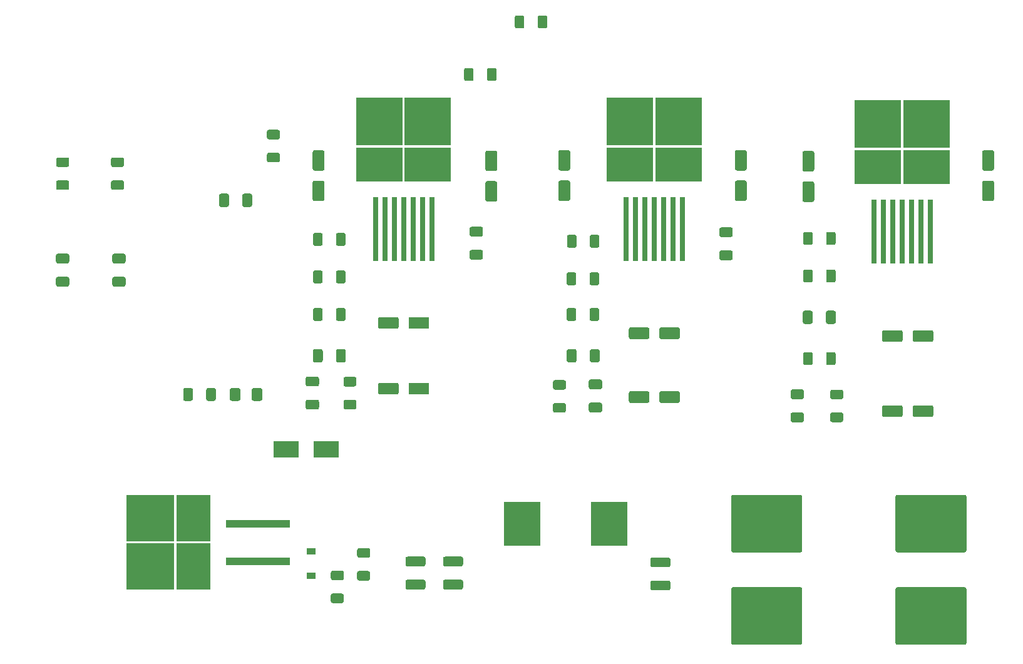
<source format=gtp>
%TF.GenerationSoftware,KiCad,Pcbnew,5.1.10*%
%TF.CreationDate,2021-11-08T18:51:25+01:00*%
%TF.ProjectId,PCB_BLDC,5043425f-424c-4444-932e-6b696361645f,V1*%
%TF.SameCoordinates,Original*%
%TF.FileFunction,Paste,Top*%
%TF.FilePolarity,Positive*%
%FSLAX46Y46*%
G04 Gerber Fmt 4.6, Leading zero omitted, Abs format (unit mm)*
G04 Created by KiCad (PCBNEW 5.1.10) date 2021-11-08 18:51:25*
%MOMM*%
%LPD*%
G01*
G04 APERTURE LIST*
%ADD10R,0.800000X8.600000*%
%ADD11R,6.250000X6.550000*%
%ADD12R,6.250000X4.550000*%
%ADD13R,4.550000X6.250000*%
%ADD14R,6.550000X6.250000*%
%ADD15R,8.600000X1.100000*%
%ADD16R,3.500000X2.300000*%
%ADD17R,1.200000X0.900000*%
%ADD18R,4.900000X6.000000*%
G04 APERTURE END LIST*
%TO.C,R20*%
G36*
G01*
X105320000Y-79365000D02*
X105320000Y-78115000D01*
G75*
G02*
X105570000Y-77865000I250000J0D01*
G01*
X106370000Y-77865000D01*
G75*
G02*
X106620000Y-78115000I0J-250000D01*
G01*
X106620000Y-79365000D01*
G75*
G02*
X106370000Y-79615000I-250000J0D01*
G01*
X105570000Y-79615000D01*
G75*
G02*
X105320000Y-79365000I0J250000D01*
G01*
G37*
G36*
G01*
X102220000Y-79365000D02*
X102220000Y-78115000D01*
G75*
G02*
X102470000Y-77865000I250000J0D01*
G01*
X103270000Y-77865000D01*
G75*
G02*
X103520000Y-78115000I0J-250000D01*
G01*
X103520000Y-79365000D01*
G75*
G02*
X103270000Y-79615000I-250000J0D01*
G01*
X102470000Y-79615000D01*
G75*
G02*
X102220000Y-79365000I0J250000D01*
G01*
G37*
%TD*%
%TO.C,R19*%
G36*
G01*
X95362000Y-86477000D02*
X95362000Y-85227000D01*
G75*
G02*
X95612000Y-84977000I250000J0D01*
G01*
X96412000Y-84977000D01*
G75*
G02*
X96662000Y-85227000I0J-250000D01*
G01*
X96662000Y-86477000D01*
G75*
G02*
X96412000Y-86727000I-250000J0D01*
G01*
X95612000Y-86727000D01*
G75*
G02*
X95362000Y-86477000I0J250000D01*
G01*
G37*
G36*
G01*
X98462000Y-86477000D02*
X98462000Y-85227000D01*
G75*
G02*
X98712000Y-84977000I250000J0D01*
G01*
X99512000Y-84977000D01*
G75*
G02*
X99762000Y-85227000I0J-250000D01*
G01*
X99762000Y-86477000D01*
G75*
G02*
X99512000Y-86727000I-250000J0D01*
G01*
X98712000Y-86727000D01*
G75*
G02*
X98462000Y-86477000I0J250000D01*
G01*
G37*
%TD*%
%TO.C,R18*%
G36*
G01*
X68971000Y-96430000D02*
X70221000Y-96430000D01*
G75*
G02*
X70471000Y-96680000I0J-250000D01*
G01*
X70471000Y-97480000D01*
G75*
G02*
X70221000Y-97730000I-250000J0D01*
G01*
X68971000Y-97730000D01*
G75*
G02*
X68721000Y-97480000I0J250000D01*
G01*
X68721000Y-96680000D01*
G75*
G02*
X68971000Y-96430000I250000J0D01*
G01*
G37*
G36*
G01*
X68971000Y-93330000D02*
X70221000Y-93330000D01*
G75*
G02*
X70471000Y-93580000I0J-250000D01*
G01*
X70471000Y-94380000D01*
G75*
G02*
X70221000Y-94630000I-250000J0D01*
G01*
X68971000Y-94630000D01*
G75*
G02*
X68721000Y-94380000I0J250000D01*
G01*
X68721000Y-93580000D01*
G75*
G02*
X68971000Y-93330000I250000J0D01*
G01*
G37*
%TD*%
%TO.C,C28*%
G36*
G01*
X130159999Y-109650500D02*
X131460001Y-109650500D01*
G75*
G02*
X131710000Y-109900499I0J-249999D01*
G01*
X131710000Y-110725501D01*
G75*
G02*
X131460001Y-110975500I-249999J0D01*
G01*
X130159999Y-110975500D01*
G75*
G02*
X129910000Y-110725501I0J249999D01*
G01*
X129910000Y-109900499D01*
G75*
G02*
X130159999Y-109650500I249999J0D01*
G01*
G37*
G36*
G01*
X130159999Y-106525500D02*
X131460001Y-106525500D01*
G75*
G02*
X131710000Y-106775499I0J-249999D01*
G01*
X131710000Y-107600501D01*
G75*
G02*
X131460001Y-107850500I-249999J0D01*
G01*
X130159999Y-107850500D01*
G75*
G02*
X129910000Y-107600501I0J249999D01*
G01*
X129910000Y-106775499D01*
G75*
G02*
X130159999Y-106525500I249999J0D01*
G01*
G37*
%TD*%
%TO.C,C27*%
G36*
G01*
X96377999Y-109573500D02*
X97678001Y-109573500D01*
G75*
G02*
X97928000Y-109823499I0J-249999D01*
G01*
X97928000Y-110648501D01*
G75*
G02*
X97678001Y-110898500I-249999J0D01*
G01*
X96377999Y-110898500D01*
G75*
G02*
X96128000Y-110648501I0J249999D01*
G01*
X96128000Y-109823499D01*
G75*
G02*
X96377999Y-109573500I249999J0D01*
G01*
G37*
G36*
G01*
X96377999Y-106448500D02*
X97678001Y-106448500D01*
G75*
G02*
X97928000Y-106698499I0J-249999D01*
G01*
X97928000Y-107523501D01*
G75*
G02*
X97678001Y-107773500I-249999J0D01*
G01*
X96377999Y-107773500D01*
G75*
G02*
X96128000Y-107523501I0J249999D01*
G01*
X96128000Y-106698499D01*
G75*
G02*
X96377999Y-106448500I249999J0D01*
G01*
G37*
%TD*%
%TO.C,C26*%
G36*
G01*
X63577500Y-102219999D02*
X63577500Y-103520001D01*
G75*
G02*
X63327501Y-103770000I-249999J0D01*
G01*
X62502499Y-103770000D01*
G75*
G02*
X62252500Y-103520001I0J249999D01*
G01*
X62252500Y-102219999D01*
G75*
G02*
X62502499Y-101970000I249999J0D01*
G01*
X63327501Y-101970000D01*
G75*
G02*
X63577500Y-102219999I0J-249999D01*
G01*
G37*
G36*
G01*
X66702500Y-102219999D02*
X66702500Y-103520001D01*
G75*
G02*
X66452501Y-103770000I-249999J0D01*
G01*
X65627499Y-103770000D01*
G75*
G02*
X65377500Y-103520001I0J249999D01*
G01*
X65377500Y-102219999D01*
G75*
G02*
X65627499Y-101970000I249999J0D01*
G01*
X66452501Y-101970000D01*
G75*
G02*
X66702500Y-102219999I0J-249999D01*
G01*
G37*
%TD*%
%TO.C,C4*%
G36*
G01*
X92778399Y-154201300D02*
X94978401Y-154201300D01*
G75*
G02*
X95228400Y-154451299I0J-249999D01*
G01*
X95228400Y-155276301D01*
G75*
G02*
X94978401Y-155526300I-249999J0D01*
G01*
X92778399Y-155526300D01*
G75*
G02*
X92528400Y-155276301I0J249999D01*
G01*
X92528400Y-154451299D01*
G75*
G02*
X92778399Y-154201300I249999J0D01*
G01*
G37*
G36*
G01*
X92778399Y-151076300D02*
X94978401Y-151076300D01*
G75*
G02*
X95228400Y-151326299I0J-249999D01*
G01*
X95228400Y-152151301D01*
G75*
G02*
X94978401Y-152401300I-249999J0D01*
G01*
X92778399Y-152401300D01*
G75*
G02*
X92528400Y-152151301I0J249999D01*
G01*
X92528400Y-151326299D01*
G75*
G02*
X92778399Y-151076300I249999J0D01*
G01*
G37*
%TD*%
%TO.C,C2*%
G36*
G01*
X120819999Y-154316000D02*
X123020001Y-154316000D01*
G75*
G02*
X123270000Y-154565999I0J-249999D01*
G01*
X123270000Y-155391001D01*
G75*
G02*
X123020001Y-155641000I-249999J0D01*
G01*
X120819999Y-155641000D01*
G75*
G02*
X120570000Y-155391001I0J249999D01*
G01*
X120570000Y-154565999D01*
G75*
G02*
X120819999Y-154316000I249999J0D01*
G01*
G37*
G36*
G01*
X120819999Y-151191000D02*
X123020001Y-151191000D01*
G75*
G02*
X123270000Y-151440999I0J-249999D01*
G01*
X123270000Y-152266001D01*
G75*
G02*
X123020001Y-152516000I-249999J0D01*
G01*
X120819999Y-152516000D01*
G75*
G02*
X120570000Y-152266001I0J249999D01*
G01*
X120570000Y-151440999D01*
G75*
G02*
X120819999Y-151191000I249999J0D01*
G01*
G37*
%TD*%
%TO.C,C1*%
G36*
G01*
X87698399Y-154201300D02*
X89898401Y-154201300D01*
G75*
G02*
X90148400Y-154451299I0J-249999D01*
G01*
X90148400Y-155276301D01*
G75*
G02*
X89898401Y-155526300I-249999J0D01*
G01*
X87698399Y-155526300D01*
G75*
G02*
X87448400Y-155276301I0J249999D01*
G01*
X87448400Y-154451299D01*
G75*
G02*
X87698399Y-154201300I249999J0D01*
G01*
G37*
G36*
G01*
X87698399Y-151076300D02*
X89898401Y-151076300D01*
G75*
G02*
X90148400Y-151326299I0J-249999D01*
G01*
X90148400Y-152151301D01*
G75*
G02*
X89898401Y-152401300I-249999J0D01*
G01*
X87698399Y-152401300D01*
G75*
G02*
X87448400Y-152151301I0J249999D01*
G01*
X87448400Y-151326299D01*
G75*
G02*
X87698399Y-151076300I249999J0D01*
G01*
G37*
%TD*%
D10*
%TO.C,U4*%
X150825200Y-107099200D03*
X152095200Y-107099200D03*
X153365200Y-107099200D03*
X154635200Y-107099200D03*
X155905200Y-107099200D03*
X157175200Y-107099200D03*
X158445200Y-107099200D03*
D11*
X157910200Y-92524200D03*
D12*
X151360200Y-98374200D03*
D11*
X151360200Y-92524200D03*
D12*
X157910200Y-98374200D03*
%TD*%
%TO.C,C21*%
G36*
G01*
X120432200Y-120303200D02*
X120432200Y-121403200D01*
G75*
G02*
X120182200Y-121653200I-250000J0D01*
G01*
X117907200Y-121653200D01*
G75*
G02*
X117657200Y-121403200I0J250000D01*
G01*
X117657200Y-120303200D01*
G75*
G02*
X117907200Y-120053200I250000J0D01*
G01*
X120182200Y-120053200D01*
G75*
G02*
X120432200Y-120303200I0J-250000D01*
G01*
G37*
G36*
G01*
X124557200Y-120303200D02*
X124557200Y-121403200D01*
G75*
G02*
X124307200Y-121653200I-250000J0D01*
G01*
X122032200Y-121653200D01*
G75*
G02*
X121782200Y-121403200I0J250000D01*
G01*
X121782200Y-120303200D01*
G75*
G02*
X122032200Y-120053200I250000J0D01*
G01*
X124307200Y-120053200D01*
G75*
G02*
X124557200Y-120303200I0J-250000D01*
G01*
G37*
%TD*%
%TO.C,C16*%
G36*
G01*
X133341200Y-98842200D02*
X132241200Y-98842200D01*
G75*
G02*
X131991200Y-98592200I0J250000D01*
G01*
X131991200Y-96317200D01*
G75*
G02*
X132241200Y-96067200I250000J0D01*
G01*
X133341200Y-96067200D01*
G75*
G02*
X133591200Y-96317200I0J-250000D01*
G01*
X133591200Y-98592200D01*
G75*
G02*
X133341200Y-98842200I-250000J0D01*
G01*
G37*
G36*
G01*
X133341200Y-102967200D02*
X132241200Y-102967200D01*
G75*
G02*
X131991200Y-102717200I0J250000D01*
G01*
X131991200Y-100442200D01*
G75*
G02*
X132241200Y-100192200I250000J0D01*
G01*
X133341200Y-100192200D01*
G75*
G02*
X133591200Y-100442200I0J-250000D01*
G01*
X133591200Y-102717200D01*
G75*
G02*
X133341200Y-102967200I-250000J0D01*
G01*
G37*
%TD*%
%TO.C,C17*%
G36*
G01*
X109465200Y-98842200D02*
X108365200Y-98842200D01*
G75*
G02*
X108115200Y-98592200I0J250000D01*
G01*
X108115200Y-96317200D01*
G75*
G02*
X108365200Y-96067200I250000J0D01*
G01*
X109465200Y-96067200D01*
G75*
G02*
X109715200Y-96317200I0J-250000D01*
G01*
X109715200Y-98592200D01*
G75*
G02*
X109465200Y-98842200I-250000J0D01*
G01*
G37*
G36*
G01*
X109465200Y-102967200D02*
X108365200Y-102967200D01*
G75*
G02*
X108115200Y-102717200I0J250000D01*
G01*
X108115200Y-100442200D01*
G75*
G02*
X108365200Y-100192200I250000J0D01*
G01*
X109465200Y-100192200D01*
G75*
G02*
X109715200Y-100442200I0J-250000D01*
G01*
X109715200Y-102717200D01*
G75*
G02*
X109465200Y-102967200I-250000J0D01*
G01*
G37*
%TD*%
D10*
%TO.C,U2*%
X83388200Y-106730200D03*
X84658200Y-106730200D03*
X85928200Y-106730200D03*
X87198200Y-106730200D03*
X88468200Y-106730200D03*
X89738200Y-106730200D03*
X91008200Y-106730200D03*
D11*
X90473200Y-92155200D03*
D12*
X83923200Y-98005200D03*
D11*
X83923200Y-92155200D03*
D12*
X90473200Y-98005200D03*
%TD*%
D10*
%TO.C,U3*%
X117297200Y-106784200D03*
X118567200Y-106784200D03*
X119837200Y-106784200D03*
X121107200Y-106784200D03*
X122377200Y-106784200D03*
X123647200Y-106784200D03*
X124917200Y-106784200D03*
D11*
X124382200Y-92209200D03*
D12*
X117832200Y-98059200D03*
D11*
X117832200Y-92209200D03*
D12*
X124382200Y-98059200D03*
%TD*%
D13*
%TO.C,Q1*%
X58765400Y-145873800D03*
D14*
X52915400Y-152423800D03*
D13*
X58765400Y-152423800D03*
D14*
X52915400Y-145873800D03*
D15*
X67490400Y-146608800D03*
X67490400Y-151688800D03*
%TD*%
%TO.C,R17*%
G36*
G01*
X47888999Y-100163800D02*
X49139001Y-100163800D01*
G75*
G02*
X49389000Y-100413799I0J-249999D01*
G01*
X49389000Y-101213801D01*
G75*
G02*
X49139001Y-101463800I-249999J0D01*
G01*
X47888999Y-101463800D01*
G75*
G02*
X47639000Y-101213801I0J249999D01*
G01*
X47639000Y-100413799D01*
G75*
G02*
X47888999Y-100163800I249999J0D01*
G01*
G37*
G36*
G01*
X47888999Y-97063800D02*
X49139001Y-97063800D01*
G75*
G02*
X49389000Y-97313799I0J-249999D01*
G01*
X49389000Y-98113801D01*
G75*
G02*
X49139001Y-98363800I-249999J0D01*
G01*
X47888999Y-98363800D01*
G75*
G02*
X47639000Y-98113801I0J249999D01*
G01*
X47639000Y-97313799D01*
G75*
G02*
X47888999Y-97063800I249999J0D01*
G01*
G37*
%TD*%
%TO.C,R16*%
G36*
G01*
X40459499Y-100163800D02*
X41709501Y-100163800D01*
G75*
G02*
X41959500Y-100413799I0J-249999D01*
G01*
X41959500Y-101213801D01*
G75*
G02*
X41709501Y-101463800I-249999J0D01*
G01*
X40459499Y-101463800D01*
G75*
G02*
X40209500Y-101213801I0J249999D01*
G01*
X40209500Y-100413799D01*
G75*
G02*
X40459499Y-100163800I249999J0D01*
G01*
G37*
G36*
G01*
X40459499Y-97063800D02*
X41709501Y-97063800D01*
G75*
G02*
X41959500Y-97313799I0J-249999D01*
G01*
X41959500Y-98113801D01*
G75*
G02*
X41709501Y-98363800I-249999J0D01*
G01*
X40459499Y-98363800D01*
G75*
G02*
X40209500Y-98113801I0J249999D01*
G01*
X40209500Y-97313799D01*
G75*
G02*
X40459499Y-97063800I249999J0D01*
G01*
G37*
%TD*%
%TO.C,D3*%
G36*
G01*
X68089200Y-128508600D02*
X68089200Y-129758600D01*
G75*
G02*
X67839200Y-130008600I-250000J0D01*
G01*
X66914200Y-130008600D01*
G75*
G02*
X66664200Y-129758600I0J250000D01*
G01*
X66664200Y-128508600D01*
G75*
G02*
X66914200Y-128258600I250000J0D01*
G01*
X67839200Y-128258600D01*
G75*
G02*
X68089200Y-128508600I0J-250000D01*
G01*
G37*
G36*
G01*
X65114200Y-128508600D02*
X65114200Y-129758600D01*
G75*
G02*
X64864200Y-130008600I-250000J0D01*
G01*
X63939200Y-130008600D01*
G75*
G02*
X63689200Y-129758600I0J250000D01*
G01*
X63689200Y-128508600D01*
G75*
G02*
X63939200Y-128258600I250000J0D01*
G01*
X64864200Y-128258600D01*
G75*
G02*
X65114200Y-128508600I0J-250000D01*
G01*
G37*
%TD*%
D16*
%TO.C,D2*%
X71341000Y-136525000D03*
X76741000Y-136525000D03*
%TD*%
D17*
%TO.C,D1*%
X74676000Y-153668000D03*
X74676000Y-150368000D03*
%TD*%
%TO.C,C25*%
G36*
G01*
X154691700Y-130844200D02*
X154691700Y-131944200D01*
G75*
G02*
X154441700Y-132194200I-250000J0D01*
G01*
X152166700Y-132194200D01*
G75*
G02*
X151916700Y-131944200I0J250000D01*
G01*
X151916700Y-130844200D01*
G75*
G02*
X152166700Y-130594200I250000J0D01*
G01*
X154441700Y-130594200D01*
G75*
G02*
X154691700Y-130844200I0J-250000D01*
G01*
G37*
G36*
G01*
X158816700Y-130844200D02*
X158816700Y-131944200D01*
G75*
G02*
X158566700Y-132194200I-250000J0D01*
G01*
X156291700Y-132194200D01*
G75*
G02*
X156041700Y-131944200I0J250000D01*
G01*
X156041700Y-130844200D01*
G75*
G02*
X156291700Y-130594200I250000J0D01*
G01*
X158566700Y-130594200D01*
G75*
G02*
X158816700Y-130844200I0J-250000D01*
G01*
G37*
%TD*%
%TO.C,C24*%
G36*
G01*
X120432200Y-128939200D02*
X120432200Y-130039200D01*
G75*
G02*
X120182200Y-130289200I-250000J0D01*
G01*
X117907200Y-130289200D01*
G75*
G02*
X117657200Y-130039200I0J250000D01*
G01*
X117657200Y-128939200D01*
G75*
G02*
X117907200Y-128689200I250000J0D01*
G01*
X120182200Y-128689200D01*
G75*
G02*
X120432200Y-128939200I0J-250000D01*
G01*
G37*
G36*
G01*
X124557200Y-128939200D02*
X124557200Y-130039200D01*
G75*
G02*
X124307200Y-130289200I-250000J0D01*
G01*
X122032200Y-130289200D01*
G75*
G02*
X121782200Y-130039200I0J250000D01*
G01*
X121782200Y-128939200D01*
G75*
G02*
X122032200Y-128689200I250000J0D01*
G01*
X124307200Y-128689200D01*
G75*
G02*
X124557200Y-128939200I0J-250000D01*
G01*
G37*
%TD*%
%TO.C,C23*%
G36*
G01*
X86523200Y-127796200D02*
X86523200Y-128896200D01*
G75*
G02*
X86273200Y-129146200I-250000J0D01*
G01*
X83998200Y-129146200D01*
G75*
G02*
X83748200Y-128896200I0J250000D01*
G01*
X83748200Y-127796200D01*
G75*
G02*
X83998200Y-127546200I250000J0D01*
G01*
X86273200Y-127546200D01*
G75*
G02*
X86523200Y-127796200I0J-250000D01*
G01*
G37*
G36*
G01*
X90648200Y-127796200D02*
X90648200Y-128896200D01*
G75*
G02*
X90398200Y-129146200I-250000J0D01*
G01*
X88123200Y-129146200D01*
G75*
G02*
X87873200Y-128896200I0J250000D01*
G01*
X87873200Y-127796200D01*
G75*
G02*
X88123200Y-127546200I250000J0D01*
G01*
X90398200Y-127546200D01*
G75*
G02*
X90648200Y-127796200I0J-250000D01*
G01*
G37*
%TD*%
%TO.C,C22*%
G36*
G01*
X154691700Y-120684200D02*
X154691700Y-121784200D01*
G75*
G02*
X154441700Y-122034200I-250000J0D01*
G01*
X152166700Y-122034200D01*
G75*
G02*
X151916700Y-121784200I0J250000D01*
G01*
X151916700Y-120684200D01*
G75*
G02*
X152166700Y-120434200I250000J0D01*
G01*
X154441700Y-120434200D01*
G75*
G02*
X154691700Y-120684200I0J-250000D01*
G01*
G37*
G36*
G01*
X158816700Y-120684200D02*
X158816700Y-121784200D01*
G75*
G02*
X158566700Y-122034200I-250000J0D01*
G01*
X156291700Y-122034200D01*
G75*
G02*
X156041700Y-121784200I0J250000D01*
G01*
X156041700Y-120684200D01*
G75*
G02*
X156291700Y-120434200I250000J0D01*
G01*
X158566700Y-120434200D01*
G75*
G02*
X158816700Y-120684200I0J-250000D01*
G01*
G37*
%TD*%
%TO.C,C20*%
G36*
G01*
X86523200Y-118906200D02*
X86523200Y-120006200D01*
G75*
G02*
X86273200Y-120256200I-250000J0D01*
G01*
X83998200Y-120256200D01*
G75*
G02*
X83748200Y-120006200I0J250000D01*
G01*
X83748200Y-118906200D01*
G75*
G02*
X83998200Y-118656200I250000J0D01*
G01*
X86273200Y-118656200D01*
G75*
G02*
X86523200Y-118906200I0J-250000D01*
G01*
G37*
G36*
G01*
X90648200Y-118906200D02*
X90648200Y-120006200D01*
G75*
G02*
X90398200Y-120256200I-250000J0D01*
G01*
X88123200Y-120256200D01*
G75*
G02*
X87873200Y-120006200I0J250000D01*
G01*
X87873200Y-118906200D01*
G75*
G02*
X88123200Y-118656200I250000J0D01*
G01*
X90398200Y-118656200D01*
G75*
G02*
X90648200Y-118906200I0J-250000D01*
G01*
G37*
%TD*%
%TO.C,C19*%
G36*
G01*
X142485200Y-98969200D02*
X141385200Y-98969200D01*
G75*
G02*
X141135200Y-98719200I0J250000D01*
G01*
X141135200Y-96444200D01*
G75*
G02*
X141385200Y-96194200I250000J0D01*
G01*
X142485200Y-96194200D01*
G75*
G02*
X142735200Y-96444200I0J-250000D01*
G01*
X142735200Y-98719200D01*
G75*
G02*
X142485200Y-98969200I-250000J0D01*
G01*
G37*
G36*
G01*
X142485200Y-103094200D02*
X141385200Y-103094200D01*
G75*
G02*
X141135200Y-102844200I0J250000D01*
G01*
X141135200Y-100569200D01*
G75*
G02*
X141385200Y-100319200I250000J0D01*
G01*
X142485200Y-100319200D01*
G75*
G02*
X142735200Y-100569200I0J-250000D01*
G01*
X142735200Y-102844200D01*
G75*
G02*
X142485200Y-103094200I-250000J0D01*
G01*
G37*
%TD*%
%TO.C,C18*%
G36*
G01*
X166793000Y-98862500D02*
X165693000Y-98862500D01*
G75*
G02*
X165443000Y-98612500I0J250000D01*
G01*
X165443000Y-96337500D01*
G75*
G02*
X165693000Y-96087500I250000J0D01*
G01*
X166793000Y-96087500D01*
G75*
G02*
X167043000Y-96337500I0J-250000D01*
G01*
X167043000Y-98612500D01*
G75*
G02*
X166793000Y-98862500I-250000J0D01*
G01*
G37*
G36*
G01*
X166793000Y-102987500D02*
X165693000Y-102987500D01*
G75*
G02*
X165443000Y-102737500I0J250000D01*
G01*
X165443000Y-100462500D01*
G75*
G02*
X165693000Y-100212500I250000J0D01*
G01*
X166793000Y-100212500D01*
G75*
G02*
X167043000Y-100462500I0J-250000D01*
G01*
X167043000Y-102737500D01*
G75*
G02*
X166793000Y-102987500I-250000J0D01*
G01*
G37*
%TD*%
%TO.C,C15*%
G36*
G01*
X76242000Y-98862500D02*
X75142000Y-98862500D01*
G75*
G02*
X74892000Y-98612500I0J250000D01*
G01*
X74892000Y-96337500D01*
G75*
G02*
X75142000Y-96087500I250000J0D01*
G01*
X76242000Y-96087500D01*
G75*
G02*
X76492000Y-96337500I0J-250000D01*
G01*
X76492000Y-98612500D01*
G75*
G02*
X76242000Y-98862500I-250000J0D01*
G01*
G37*
G36*
G01*
X76242000Y-102987500D02*
X75142000Y-102987500D01*
G75*
G02*
X74892000Y-102737500I0J250000D01*
G01*
X74892000Y-100462500D01*
G75*
G02*
X75142000Y-100212500I250000J0D01*
G01*
X76242000Y-100212500D01*
G75*
G02*
X76492000Y-100462500I0J-250000D01*
G01*
X76492000Y-102737500D01*
G75*
G02*
X76242000Y-102987500I-250000J0D01*
G01*
G37*
%TD*%
%TO.C,C14*%
G36*
G01*
X99610000Y-98923500D02*
X98510000Y-98923500D01*
G75*
G02*
X98260000Y-98673500I0J250000D01*
G01*
X98260000Y-96398500D01*
G75*
G02*
X98510000Y-96148500I250000J0D01*
G01*
X99610000Y-96148500D01*
G75*
G02*
X99860000Y-96398500I0J-250000D01*
G01*
X99860000Y-98673500D01*
G75*
G02*
X99610000Y-98923500I-250000J0D01*
G01*
G37*
G36*
G01*
X99610000Y-103048500D02*
X98510000Y-103048500D01*
G75*
G02*
X98260000Y-102798500I0J250000D01*
G01*
X98260000Y-100523500D01*
G75*
G02*
X98510000Y-100273500I250000J0D01*
G01*
X99610000Y-100273500D01*
G75*
G02*
X99860000Y-100523500I0J-250000D01*
G01*
X99860000Y-102798500D01*
G75*
G02*
X99610000Y-103048500I-250000J0D01*
G01*
G37*
%TD*%
%TO.C,C13*%
G36*
G01*
X142520700Y-118044197D02*
X142520700Y-119344203D01*
G75*
G02*
X142270703Y-119594200I-249997J0D01*
G01*
X141445697Y-119594200D01*
G75*
G02*
X141195700Y-119344203I0J249997D01*
G01*
X141195700Y-118044197D01*
G75*
G02*
X141445697Y-117794200I249997J0D01*
G01*
X142270703Y-117794200D01*
G75*
G02*
X142520700Y-118044197I0J-249997D01*
G01*
G37*
G36*
G01*
X145645700Y-118044197D02*
X145645700Y-119344203D01*
G75*
G02*
X145395703Y-119594200I-249997J0D01*
G01*
X144570697Y-119594200D01*
G75*
G02*
X144320700Y-119344203I0J249997D01*
G01*
X144320700Y-118044197D01*
G75*
G02*
X144570697Y-117794200I249997J0D01*
G01*
X145395703Y-117794200D01*
G75*
G02*
X145645700Y-118044197I0J-249997D01*
G01*
G37*
%TD*%
%TO.C,C12*%
G36*
G01*
X110593700Y-123251197D02*
X110593700Y-124551203D01*
G75*
G02*
X110343703Y-124801200I-249997J0D01*
G01*
X109518697Y-124801200D01*
G75*
G02*
X109268700Y-124551203I0J249997D01*
G01*
X109268700Y-123251197D01*
G75*
G02*
X109518697Y-123001200I249997J0D01*
G01*
X110343703Y-123001200D01*
G75*
G02*
X110593700Y-123251197I0J-249997D01*
G01*
G37*
G36*
G01*
X113718700Y-123251197D02*
X113718700Y-124551203D01*
G75*
G02*
X113468703Y-124801200I-249997J0D01*
G01*
X112643697Y-124801200D01*
G75*
G02*
X112393700Y-124551203I0J249997D01*
G01*
X112393700Y-123251197D01*
G75*
G02*
X112643697Y-123001200I249997J0D01*
G01*
X113468703Y-123001200D01*
G75*
G02*
X113718700Y-123251197I0J-249997D01*
G01*
G37*
%TD*%
%TO.C,C11*%
G36*
G01*
X76265200Y-123251197D02*
X76265200Y-124551203D01*
G75*
G02*
X76015203Y-124801200I-249997J0D01*
G01*
X75190197Y-124801200D01*
G75*
G02*
X74940200Y-124551203I0J249997D01*
G01*
X74940200Y-123251197D01*
G75*
G02*
X75190197Y-123001200I249997J0D01*
G01*
X76015203Y-123001200D01*
G75*
G02*
X76265200Y-123251197I0J-249997D01*
G01*
G37*
G36*
G01*
X79390200Y-123251197D02*
X79390200Y-124551203D01*
G75*
G02*
X79140203Y-124801200I-249997J0D01*
G01*
X78315197Y-124801200D01*
G75*
G02*
X78065200Y-124551203I0J249997D01*
G01*
X78065200Y-123251197D01*
G75*
G02*
X78315197Y-123001200I249997J0D01*
G01*
X79140203Y-123001200D01*
G75*
G02*
X79390200Y-123251197I0J-249997D01*
G01*
G37*
%TD*%
%TO.C,C10*%
G36*
G01*
X141086603Y-129769900D02*
X139786597Y-129769900D01*
G75*
G02*
X139536600Y-129519903I0J249997D01*
G01*
X139536600Y-128694897D01*
G75*
G02*
X139786597Y-128444900I249997J0D01*
G01*
X141086603Y-128444900D01*
G75*
G02*
X141336600Y-128694897I0J-249997D01*
G01*
X141336600Y-129519903D01*
G75*
G02*
X141086603Y-129769900I-249997J0D01*
G01*
G37*
G36*
G01*
X141086603Y-132894900D02*
X139786597Y-132894900D01*
G75*
G02*
X139536600Y-132644903I0J249997D01*
G01*
X139536600Y-131819897D01*
G75*
G02*
X139786597Y-131569900I249997J0D01*
G01*
X141086603Y-131569900D01*
G75*
G02*
X141336600Y-131819897I0J-249997D01*
G01*
X141336600Y-132644903D01*
G75*
G02*
X141086603Y-132894900I-249997J0D01*
G01*
G37*
%TD*%
%TO.C,C9*%
G36*
G01*
X113794303Y-128437200D02*
X112494297Y-128437200D01*
G75*
G02*
X112244300Y-128187203I0J249997D01*
G01*
X112244300Y-127362197D01*
G75*
G02*
X112494297Y-127112200I249997J0D01*
G01*
X113794303Y-127112200D01*
G75*
G02*
X114044300Y-127362197I0J-249997D01*
G01*
X114044300Y-128187203D01*
G75*
G02*
X113794303Y-128437200I-249997J0D01*
G01*
G37*
G36*
G01*
X113794303Y-131562200D02*
X112494297Y-131562200D01*
G75*
G02*
X112244300Y-131312203I0J249997D01*
G01*
X112244300Y-130487197D01*
G75*
G02*
X112494297Y-130237200I249997J0D01*
G01*
X113794303Y-130237200D01*
G75*
G02*
X114044300Y-130487197I0J-249997D01*
G01*
X114044300Y-131312203D01*
G75*
G02*
X113794303Y-131562200I-249997J0D01*
G01*
G37*
%TD*%
%TO.C,C8*%
G36*
G01*
X75503803Y-128042700D02*
X74203797Y-128042700D01*
G75*
G02*
X73953800Y-127792703I0J249997D01*
G01*
X73953800Y-126967697D01*
G75*
G02*
X74203797Y-126717700I249997J0D01*
G01*
X75503803Y-126717700D01*
G75*
G02*
X75753800Y-126967697I0J-249997D01*
G01*
X75753800Y-127792703D01*
G75*
G02*
X75503803Y-128042700I-249997J0D01*
G01*
G37*
G36*
G01*
X75503803Y-131167700D02*
X74203797Y-131167700D01*
G75*
G02*
X73953800Y-130917703I0J249997D01*
G01*
X73953800Y-130092697D01*
G75*
G02*
X74203797Y-129842700I249997J0D01*
G01*
X75503803Y-129842700D01*
G75*
G02*
X75753800Y-130092697I0J-249997D01*
G01*
X75753800Y-130917703D01*
G75*
G02*
X75503803Y-131167700I-249997J0D01*
G01*
G37*
%TD*%
%TO.C,C7*%
G36*
G01*
X40434497Y-113218400D02*
X41734503Y-113218400D01*
G75*
G02*
X41984500Y-113468397I0J-249997D01*
G01*
X41984500Y-114293403D01*
G75*
G02*
X41734503Y-114543400I-249997J0D01*
G01*
X40434497Y-114543400D01*
G75*
G02*
X40184500Y-114293403I0J249997D01*
G01*
X40184500Y-113468397D01*
G75*
G02*
X40434497Y-113218400I249997J0D01*
G01*
G37*
G36*
G01*
X40434497Y-110093400D02*
X41734503Y-110093400D01*
G75*
G02*
X41984500Y-110343397I0J-249997D01*
G01*
X41984500Y-111168403D01*
G75*
G02*
X41734503Y-111418400I-249997J0D01*
G01*
X40434497Y-111418400D01*
G75*
G02*
X40184500Y-111168403I0J249997D01*
G01*
X40184500Y-110343397D01*
G75*
G02*
X40434497Y-110093400I249997J0D01*
G01*
G37*
%TD*%
%TO.C,C6*%
G36*
G01*
X48054497Y-113218400D02*
X49354503Y-113218400D01*
G75*
G02*
X49604500Y-113468397I0J-249997D01*
G01*
X49604500Y-114293403D01*
G75*
G02*
X49354503Y-114543400I-249997J0D01*
G01*
X48054497Y-114543400D01*
G75*
G02*
X47804500Y-114293403I0J249997D01*
G01*
X47804500Y-113468397D01*
G75*
G02*
X48054497Y-113218400I249997J0D01*
G01*
G37*
G36*
G01*
X48054497Y-110093400D02*
X49354503Y-110093400D01*
G75*
G02*
X49604500Y-110343397I0J-249997D01*
G01*
X49604500Y-111168403D01*
G75*
G02*
X49354503Y-111418400I-249997J0D01*
G01*
X48054497Y-111418400D01*
G75*
G02*
X47804500Y-111168403I0J249997D01*
G01*
X47804500Y-110343397D01*
G75*
G02*
X48054497Y-110093400I249997J0D01*
G01*
G37*
%TD*%
%TO.C,C5*%
G36*
G01*
X153971397Y-155208800D02*
X163071403Y-155208800D01*
G75*
G02*
X163321400Y-155458797I0J-249997D01*
G01*
X163321400Y-162758803D01*
G75*
G02*
X163071403Y-163008800I-249997J0D01*
G01*
X153971397Y-163008800D01*
G75*
G02*
X153721400Y-162758803I0J249997D01*
G01*
X153721400Y-155458797D01*
G75*
G02*
X153971397Y-155208800I249997J0D01*
G01*
G37*
G36*
G01*
X153971397Y-142708800D02*
X163071403Y-142708800D01*
G75*
G02*
X163321400Y-142958797I0J-249997D01*
G01*
X163321400Y-150258803D01*
G75*
G02*
X163071403Y-150508800I-249997J0D01*
G01*
X153971397Y-150508800D01*
G75*
G02*
X153721400Y-150258803I0J249997D01*
G01*
X153721400Y-142958797D01*
G75*
G02*
X153971397Y-142708800I249997J0D01*
G01*
G37*
%TD*%
%TO.C,C3*%
G36*
G01*
X131746397Y-155208800D02*
X140846403Y-155208800D01*
G75*
G02*
X141096400Y-155458797I0J-249997D01*
G01*
X141096400Y-162758803D01*
G75*
G02*
X140846403Y-163008800I-249997J0D01*
G01*
X131746397Y-163008800D01*
G75*
G02*
X131496400Y-162758803I0J249997D01*
G01*
X131496400Y-155458797D01*
G75*
G02*
X131746397Y-155208800I249997J0D01*
G01*
G37*
G36*
G01*
X131746397Y-142708800D02*
X140846403Y-142708800D01*
G75*
G02*
X141096400Y-142958797I0J-249997D01*
G01*
X141096400Y-150258803D01*
G75*
G02*
X140846403Y-150508800I-249997J0D01*
G01*
X131746397Y-150508800D01*
G75*
G02*
X131496400Y-150258803I0J249997D01*
G01*
X131496400Y-142958797D01*
G75*
G02*
X131746397Y-142708800I249997J0D01*
G01*
G37*
%TD*%
%TO.C,R1*%
G36*
G01*
X77606999Y-152968000D02*
X78857001Y-152968000D01*
G75*
G02*
X79107000Y-153217999I0J-249999D01*
G01*
X79107000Y-154018001D01*
G75*
G02*
X78857001Y-154268000I-249999J0D01*
G01*
X77606999Y-154268000D01*
G75*
G02*
X77357000Y-154018001I0J249999D01*
G01*
X77357000Y-153217999D01*
G75*
G02*
X77606999Y-152968000I249999J0D01*
G01*
G37*
G36*
G01*
X77606999Y-156068000D02*
X78857001Y-156068000D01*
G75*
G02*
X79107000Y-156317999I0J-249999D01*
G01*
X79107000Y-157118001D01*
G75*
G02*
X78857001Y-157368000I-249999J0D01*
G01*
X77606999Y-157368000D01*
G75*
G02*
X77357000Y-157118001I0J249999D01*
G01*
X77357000Y-156317999D01*
G75*
G02*
X77606999Y-156068000I249999J0D01*
G01*
G37*
%TD*%
%TO.C,R2*%
G36*
G01*
X81162999Y-153020000D02*
X82413001Y-153020000D01*
G75*
G02*
X82663000Y-153269999I0J-249999D01*
G01*
X82663000Y-154070001D01*
G75*
G02*
X82413001Y-154320000I-249999J0D01*
G01*
X81162999Y-154320000D01*
G75*
G02*
X80913000Y-154070001I0J249999D01*
G01*
X80913000Y-153269999D01*
G75*
G02*
X81162999Y-153020000I249999J0D01*
G01*
G37*
G36*
G01*
X81162999Y-149920000D02*
X82413001Y-149920000D01*
G75*
G02*
X82663000Y-150169999I0J-249999D01*
G01*
X82663000Y-150970001D01*
G75*
G02*
X82413001Y-151220000I-249999J0D01*
G01*
X81162999Y-151220000D01*
G75*
G02*
X80913000Y-150970001I0J249999D01*
G01*
X80913000Y-150169999D01*
G75*
G02*
X81162999Y-149920000I249999J0D01*
G01*
G37*
%TD*%
%TO.C,R3*%
G36*
G01*
X57401700Y-129758601D02*
X57401700Y-128508599D01*
G75*
G02*
X57651699Y-128258600I249999J0D01*
G01*
X58451701Y-128258600D01*
G75*
G02*
X58701700Y-128508599I0J-249999D01*
G01*
X58701700Y-129758601D01*
G75*
G02*
X58451701Y-130008600I-249999J0D01*
G01*
X57651699Y-130008600D01*
G75*
G02*
X57401700Y-129758601I0J249999D01*
G01*
G37*
G36*
G01*
X60501700Y-129758601D02*
X60501700Y-128508599D01*
G75*
G02*
X60751699Y-128258600I249999J0D01*
G01*
X61551701Y-128258600D01*
G75*
G02*
X61801700Y-128508599I0J-249999D01*
G01*
X61801700Y-129758601D01*
G75*
G02*
X61551701Y-130008600I-249999J0D01*
G01*
X60751699Y-130008600D01*
G75*
G02*
X60501700Y-129758601I0J249999D01*
G01*
G37*
%TD*%
%TO.C,R4*%
G36*
G01*
X79308799Y-129855200D02*
X80558801Y-129855200D01*
G75*
G02*
X80808800Y-130105199I0J-249999D01*
G01*
X80808800Y-130905201D01*
G75*
G02*
X80558801Y-131155200I-249999J0D01*
G01*
X79308799Y-131155200D01*
G75*
G02*
X79058800Y-130905201I0J249999D01*
G01*
X79058800Y-130105199D01*
G75*
G02*
X79308799Y-129855200I249999J0D01*
G01*
G37*
G36*
G01*
X79308799Y-126755200D02*
X80558801Y-126755200D01*
G75*
G02*
X80808800Y-127005199I0J-249999D01*
G01*
X80808800Y-127805201D01*
G75*
G02*
X80558801Y-128055200I-249999J0D01*
G01*
X79308799Y-128055200D01*
G75*
G02*
X79058800Y-127805201I0J249999D01*
G01*
X79058800Y-127005199D01*
G75*
G02*
X79308799Y-126755200I249999J0D01*
G01*
G37*
%TD*%
%TO.C,R5*%
G36*
G01*
X107642499Y-127187000D02*
X108892501Y-127187000D01*
G75*
G02*
X109142500Y-127436999I0J-249999D01*
G01*
X109142500Y-128237001D01*
G75*
G02*
X108892501Y-128487000I-249999J0D01*
G01*
X107642499Y-128487000D01*
G75*
G02*
X107392500Y-128237001I0J249999D01*
G01*
X107392500Y-127436999D01*
G75*
G02*
X107642499Y-127187000I249999J0D01*
G01*
G37*
G36*
G01*
X107642499Y-130287000D02*
X108892501Y-130287000D01*
G75*
G02*
X109142500Y-130536999I0J-249999D01*
G01*
X109142500Y-131337001D01*
G75*
G02*
X108892501Y-131587000I-249999J0D01*
G01*
X107642499Y-131587000D01*
G75*
G02*
X107392500Y-131337001I0J249999D01*
G01*
X107392500Y-130536999D01*
G75*
G02*
X107642499Y-130287000I249999J0D01*
G01*
G37*
%TD*%
%TO.C,R6*%
G36*
G01*
X145145599Y-128482400D02*
X146395601Y-128482400D01*
G75*
G02*
X146645600Y-128732399I0J-249999D01*
G01*
X146645600Y-129532401D01*
G75*
G02*
X146395601Y-129782400I-249999J0D01*
G01*
X145145599Y-129782400D01*
G75*
G02*
X144895600Y-129532401I0J249999D01*
G01*
X144895600Y-128732399D01*
G75*
G02*
X145145599Y-128482400I249999J0D01*
G01*
G37*
G36*
G01*
X145145599Y-131582400D02*
X146395601Y-131582400D01*
G75*
G02*
X146645600Y-131832399I0J-249999D01*
G01*
X146645600Y-132632401D01*
G75*
G02*
X146395601Y-132882400I-249999J0D01*
G01*
X145145599Y-132882400D01*
G75*
G02*
X144895600Y-132632401I0J249999D01*
G01*
X144895600Y-131832399D01*
G75*
G02*
X145145599Y-131582400I249999J0D01*
G01*
G37*
%TD*%
%TO.C,R7*%
G36*
G01*
X74939200Y-118938201D02*
X74939200Y-117688199D01*
G75*
G02*
X75189199Y-117438200I249999J0D01*
G01*
X75989201Y-117438200D01*
G75*
G02*
X76239200Y-117688199I0J-249999D01*
G01*
X76239200Y-118938201D01*
G75*
G02*
X75989201Y-119188200I-249999J0D01*
G01*
X75189199Y-119188200D01*
G75*
G02*
X74939200Y-118938201I0J249999D01*
G01*
G37*
G36*
G01*
X78039200Y-118938201D02*
X78039200Y-117688199D01*
G75*
G02*
X78289199Y-117438200I249999J0D01*
G01*
X79089201Y-117438200D01*
G75*
G02*
X79339200Y-117688199I0J-249999D01*
G01*
X79339200Y-118938201D01*
G75*
G02*
X79089201Y-119188200I-249999J0D01*
G01*
X78289199Y-119188200D01*
G75*
G02*
X78039200Y-118938201I0J249999D01*
G01*
G37*
%TD*%
%TO.C,R8*%
G36*
G01*
X76239200Y-112608199D02*
X76239200Y-113858201D01*
G75*
G02*
X75989201Y-114108200I-249999J0D01*
G01*
X75189199Y-114108200D01*
G75*
G02*
X74939200Y-113858201I0J249999D01*
G01*
X74939200Y-112608199D01*
G75*
G02*
X75189199Y-112358200I249999J0D01*
G01*
X75989201Y-112358200D01*
G75*
G02*
X76239200Y-112608199I0J-249999D01*
G01*
G37*
G36*
G01*
X79339200Y-112608199D02*
X79339200Y-113858201D01*
G75*
G02*
X79089201Y-114108200I-249999J0D01*
G01*
X78289199Y-114108200D01*
G75*
G02*
X78039200Y-113858201I0J249999D01*
G01*
X78039200Y-112608199D01*
G75*
G02*
X78289199Y-112358200I249999J0D01*
G01*
X79089201Y-112358200D01*
G75*
G02*
X79339200Y-112608199I0J-249999D01*
G01*
G37*
%TD*%
%TO.C,R9*%
G36*
G01*
X79339200Y-107528199D02*
X79339200Y-108778201D01*
G75*
G02*
X79089201Y-109028200I-249999J0D01*
G01*
X78289199Y-109028200D01*
G75*
G02*
X78039200Y-108778201I0J249999D01*
G01*
X78039200Y-107528199D01*
G75*
G02*
X78289199Y-107278200I249999J0D01*
G01*
X79089201Y-107278200D01*
G75*
G02*
X79339200Y-107528199I0J-249999D01*
G01*
G37*
G36*
G01*
X76239200Y-107528199D02*
X76239200Y-108778201D01*
G75*
G02*
X75989201Y-109028200I-249999J0D01*
G01*
X75189199Y-109028200D01*
G75*
G02*
X74939200Y-108778201I0J249999D01*
G01*
X74939200Y-107528199D01*
G75*
G02*
X75189199Y-107278200I249999J0D01*
G01*
X75989201Y-107278200D01*
G75*
G02*
X76239200Y-107528199I0J-249999D01*
G01*
G37*
%TD*%
%TO.C,R10*%
G36*
G01*
X112329200Y-118938201D02*
X112329200Y-117688199D01*
G75*
G02*
X112579199Y-117438200I249999J0D01*
G01*
X113379201Y-117438200D01*
G75*
G02*
X113629200Y-117688199I0J-249999D01*
G01*
X113629200Y-118938201D01*
G75*
G02*
X113379201Y-119188200I-249999J0D01*
G01*
X112579199Y-119188200D01*
G75*
G02*
X112329200Y-118938201I0J249999D01*
G01*
G37*
G36*
G01*
X109229200Y-118938201D02*
X109229200Y-117688199D01*
G75*
G02*
X109479199Y-117438200I249999J0D01*
G01*
X110279201Y-117438200D01*
G75*
G02*
X110529200Y-117688199I0J-249999D01*
G01*
X110529200Y-118938201D01*
G75*
G02*
X110279201Y-119188200I-249999J0D01*
G01*
X109479199Y-119188200D01*
G75*
G02*
X109229200Y-118938201I0J249999D01*
G01*
G37*
%TD*%
%TO.C,R11*%
G36*
G01*
X113629200Y-112862199D02*
X113629200Y-114112201D01*
G75*
G02*
X113379201Y-114362200I-249999J0D01*
G01*
X112579199Y-114362200D01*
G75*
G02*
X112329200Y-114112201I0J249999D01*
G01*
X112329200Y-112862199D01*
G75*
G02*
X112579199Y-112612200I249999J0D01*
G01*
X113379201Y-112612200D01*
G75*
G02*
X113629200Y-112862199I0J-249999D01*
G01*
G37*
G36*
G01*
X110529200Y-112862199D02*
X110529200Y-114112201D01*
G75*
G02*
X110279201Y-114362200I-249999J0D01*
G01*
X109479199Y-114362200D01*
G75*
G02*
X109229200Y-114112201I0J249999D01*
G01*
X109229200Y-112862199D01*
G75*
G02*
X109479199Y-112612200I249999J0D01*
G01*
X110279201Y-112612200D01*
G75*
G02*
X110529200Y-112862199I0J-249999D01*
G01*
G37*
%TD*%
%TO.C,R12*%
G36*
G01*
X113681200Y-107782199D02*
X113681200Y-109032201D01*
G75*
G02*
X113431201Y-109282200I-249999J0D01*
G01*
X112631199Y-109282200D01*
G75*
G02*
X112381200Y-109032201I0J249999D01*
G01*
X112381200Y-107782199D01*
G75*
G02*
X112631199Y-107532200I249999J0D01*
G01*
X113431201Y-107532200D01*
G75*
G02*
X113681200Y-107782199I0J-249999D01*
G01*
G37*
G36*
G01*
X110581200Y-107782199D02*
X110581200Y-109032201D01*
G75*
G02*
X110331201Y-109282200I-249999J0D01*
G01*
X109531199Y-109282200D01*
G75*
G02*
X109281200Y-109032201I0J249999D01*
G01*
X109281200Y-107782199D01*
G75*
G02*
X109531199Y-107532200I249999J0D01*
G01*
X110331201Y-107532200D01*
G75*
G02*
X110581200Y-107782199I0J-249999D01*
G01*
G37*
%TD*%
%TO.C,R13*%
G36*
G01*
X144333200Y-124907201D02*
X144333200Y-123657199D01*
G75*
G02*
X144583199Y-123407200I249999J0D01*
G01*
X145383201Y-123407200D01*
G75*
G02*
X145633200Y-123657199I0J-249999D01*
G01*
X145633200Y-124907201D01*
G75*
G02*
X145383201Y-125157200I-249999J0D01*
G01*
X144583199Y-125157200D01*
G75*
G02*
X144333200Y-124907201I0J249999D01*
G01*
G37*
G36*
G01*
X141233200Y-124907201D02*
X141233200Y-123657199D01*
G75*
G02*
X141483199Y-123407200I249999J0D01*
G01*
X142283201Y-123407200D01*
G75*
G02*
X142533200Y-123657199I0J-249999D01*
G01*
X142533200Y-124907201D01*
G75*
G02*
X142283201Y-125157200I-249999J0D01*
G01*
X141483199Y-125157200D01*
G75*
G02*
X141233200Y-124907201I0J249999D01*
G01*
G37*
%TD*%
%TO.C,R14*%
G36*
G01*
X145633200Y-112481199D02*
X145633200Y-113731201D01*
G75*
G02*
X145383201Y-113981200I-249999J0D01*
G01*
X144583199Y-113981200D01*
G75*
G02*
X144333200Y-113731201I0J249999D01*
G01*
X144333200Y-112481199D01*
G75*
G02*
X144583199Y-112231200I249999J0D01*
G01*
X145383201Y-112231200D01*
G75*
G02*
X145633200Y-112481199I0J-249999D01*
G01*
G37*
G36*
G01*
X142533200Y-112481199D02*
X142533200Y-113731201D01*
G75*
G02*
X142283201Y-113981200I-249999J0D01*
G01*
X141483199Y-113981200D01*
G75*
G02*
X141233200Y-113731201I0J249999D01*
G01*
X141233200Y-112481199D01*
G75*
G02*
X141483199Y-112231200I249999J0D01*
G01*
X142283201Y-112231200D01*
G75*
G02*
X142533200Y-112481199I0J-249999D01*
G01*
G37*
%TD*%
%TO.C,R15*%
G36*
G01*
X142533200Y-107401199D02*
X142533200Y-108651201D01*
G75*
G02*
X142283201Y-108901200I-249999J0D01*
G01*
X141483199Y-108901200D01*
G75*
G02*
X141233200Y-108651201I0J249999D01*
G01*
X141233200Y-107401199D01*
G75*
G02*
X141483199Y-107151200I249999J0D01*
G01*
X142283201Y-107151200D01*
G75*
G02*
X142533200Y-107401199I0J-249999D01*
G01*
G37*
G36*
G01*
X145633200Y-107401199D02*
X145633200Y-108651201D01*
G75*
G02*
X145383201Y-108901200I-249999J0D01*
G01*
X144583199Y-108901200D01*
G75*
G02*
X144333200Y-108651201I0J249999D01*
G01*
X144333200Y-107401199D01*
G75*
G02*
X144583199Y-107151200I249999J0D01*
G01*
X145383201Y-107151200D01*
G75*
G02*
X145633200Y-107401199I0J-249999D01*
G01*
G37*
%TD*%
D18*
%TO.C,L1*%
X103218400Y-146608800D03*
X115018400Y-146608800D03*
%TD*%
M02*

</source>
